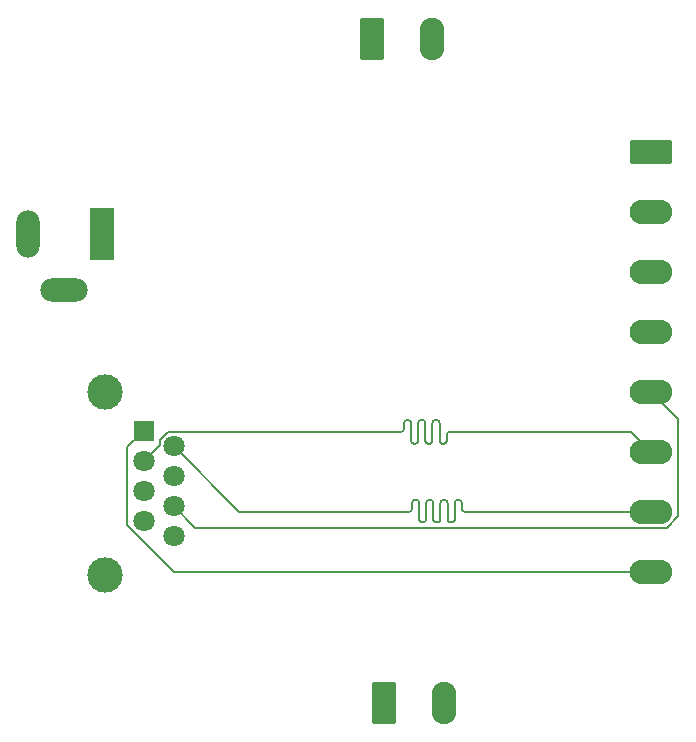
<source format=gbr>
%TF.GenerationSoftware,KiCad,Pcbnew,8.0.6*%
%TF.CreationDate,2025-02-19T13:51:36-05:00*%
%TF.ProjectId,HB-IC,48422d49-432e-46b6-9963-61645f706362,rev?*%
%TF.SameCoordinates,Original*%
%TF.FileFunction,Copper,L1,Top*%
%TF.FilePolarity,Positive*%
%FSLAX46Y46*%
G04 Gerber Fmt 4.6, Leading zero omitted, Abs format (unit mm)*
G04 Created by KiCad (PCBNEW 8.0.6) date 2025-02-19 13:51:36*
%MOMM*%
%LPD*%
G01*
G04 APERTURE LIST*
G04 Aperture macros list*
%AMRoundRect*
0 Rectangle with rounded corners*
0 $1 Rounding radius*
0 $2 $3 $4 $5 $6 $7 $8 $9 X,Y pos of 4 corners*
0 Add a 4 corners polygon primitive as box body*
4,1,4,$2,$3,$4,$5,$6,$7,$8,$9,$2,$3,0*
0 Add four circle primitives for the rounded corners*
1,1,$1+$1,$2,$3*
1,1,$1+$1,$4,$5*
1,1,$1+$1,$6,$7*
1,1,$1+$1,$8,$9*
0 Add four rect primitives between the rounded corners*
20,1,$1+$1,$2,$3,$4,$5,0*
20,1,$1+$1,$4,$5,$6,$7,0*
20,1,$1+$1,$6,$7,$8,$9,0*
20,1,$1+$1,$8,$9,$2,$3,0*%
G04 Aperture macros list end*
%TA.AperFunction,ComponentPad*%
%ADD10RoundRect,0.249999X-0.790001X-1.550001X0.790001X-1.550001X0.790001X1.550001X-0.790001X1.550001X0*%
%TD*%
%TA.AperFunction,ComponentPad*%
%ADD11O,2.080000X3.600000*%
%TD*%
%TA.AperFunction,ComponentPad*%
%ADD12RoundRect,0.249999X-1.550001X0.790001X-1.550001X-0.790001X1.550001X-0.790001X1.550001X0.790001X0*%
%TD*%
%TA.AperFunction,ComponentPad*%
%ADD13O,3.600000X2.080000*%
%TD*%
%TA.AperFunction,ComponentPad*%
%ADD14R,2.000000X4.500000*%
%TD*%
%TA.AperFunction,ComponentPad*%
%ADD15O,2.000000X4.000000*%
%TD*%
%TA.AperFunction,ComponentPad*%
%ADD16O,4.000000X2.000000*%
%TD*%
%TA.AperFunction,ComponentPad*%
%ADD17R,1.800000X1.800000*%
%TD*%
%TA.AperFunction,ComponentPad*%
%ADD18C,1.800000*%
%TD*%
%TA.AperFunction,ComponentPad*%
%ADD19C,3.000000*%
%TD*%
%TA.AperFunction,Conductor*%
%ADD20C,0.200000*%
%TD*%
G04 APERTURE END LIST*
D10*
%TO.P,J4,1,Pin_1*%
%TO.N,V-Bat*%
X94020000Y-54570000D03*
D11*
%TO.P,J4,2,Pin_2*%
%TO.N,GND*%
X99100000Y-54570000D03*
%TD*%
D12*
%TO.P,J5,1,Pin_1*%
%TO.N,GND*%
X117660000Y-64140000D03*
D13*
%TO.P,J5,2,Pin_2*%
%TO.N,V-Bat*%
X117660000Y-69220000D03*
%TO.P,J5,3,Pin_3*%
%TO.N,V+*%
X117660000Y-74300000D03*
%TO.P,J5,4,Pin_4*%
%TO.N,GND*%
X117660000Y-79380000D03*
%TO.P,J5,5,Pin_5*%
%TO.N,RX-*%
X117660000Y-84460000D03*
%TO.P,J5,6,Pin_6*%
%TO.N,RX+*%
X117660000Y-89540000D03*
%TO.P,J5,7,Pin_7*%
%TO.N,TX-*%
X117660000Y-94620000D03*
%TO.P,J5,8,Pin_8*%
%TO.N,TX+*%
X117660000Y-99700000D03*
%TD*%
D10*
%TO.P,J3,1,Pin_1*%
%TO.N,V+*%
X95050000Y-110820000D03*
D11*
%TO.P,J3,2,Pin_2*%
%TO.N,GND*%
X100130000Y-110820000D03*
%TD*%
D14*
%TO.P,J2,1*%
%TO.N,V-Bat*%
X71140000Y-71130000D03*
D15*
%TO.P,J2,2*%
%TO.N,GND*%
X64940000Y-71130000D03*
D16*
%TO.P,J2,3*%
%TO.N,unconnected-(J2-Pad3)*%
X67940000Y-75830000D03*
%TD*%
D17*
%TO.P,J1,1*%
%TO.N,TX+*%
X74715000Y-87795000D03*
D18*
%TO.P,J1,2*%
%TO.N,TX-*%
X77255000Y-89065000D03*
%TO.P,J1,3*%
%TO.N,RX+*%
X74715000Y-90335000D03*
%TO.P,J1,4*%
%TO.N,unconnected-(J1-Pad4)*%
X77255000Y-91605000D03*
%TO.P,J1,5*%
%TO.N,unconnected-(J1-Pad5)*%
X74715000Y-92875000D03*
%TO.P,J1,6*%
%TO.N,RX-*%
X77255000Y-94145000D03*
%TO.P,J1,7*%
%TO.N,unconnected-(J1-Pad7)*%
X74715000Y-95415000D03*
%TO.P,J1,8*%
%TO.N,unconnected-(J1-Pad8)*%
X77255000Y-96685000D03*
D19*
%TO.P,J1,SH*%
%TO.N,unconnected-(J1-PadSH)*%
X71415000Y-84495000D03*
X71415000Y-99985000D03*
%TD*%
D20*
%TO.N,TX-*%
X101386051Y-93620000D02*
G75*
G02*
X101626100Y-93860000I49J-240000D01*
G01*
X98626051Y-93860000D02*
G75*
G02*
X98866051Y-93620051I239949J0D01*
G01*
X101026051Y-93860000D02*
G75*
G02*
X101266051Y-93620051I239949J0D01*
G01*
X100426051Y-95280000D02*
G75*
G03*
X100666051Y-95519949I239949J0D01*
G01*
X98026051Y-95280000D02*
G75*
G03*
X98266051Y-95519949I239949J0D01*
G01*
X99826051Y-93860000D02*
G75*
G02*
X100066051Y-93620051I239949J0D01*
G01*
X98986051Y-93620000D02*
G75*
G02*
X99226100Y-93860000I49J-240000D01*
G01*
X99586051Y-95520000D02*
G75*
G03*
X99826100Y-95280000I49J240000D01*
G01*
X100786051Y-95520000D02*
G75*
G03*
X101026100Y-95280000I49J240000D01*
G01*
X100186051Y-93620000D02*
G75*
G02*
X100426100Y-93860000I49J-240000D01*
G01*
X101626051Y-94380000D02*
G75*
G03*
X101866051Y-94619949I239949J0D01*
G01*
X97786051Y-93620000D02*
G75*
G02*
X98026100Y-93860000I49J-240000D01*
G01*
X97426051Y-93860000D02*
G75*
G02*
X97666051Y-93620051I239949J0D01*
G01*
X99226051Y-95280000D02*
G75*
G03*
X99466051Y-95519949I239949J0D01*
G01*
X97186051Y-94620000D02*
G75*
G03*
X97426100Y-94380000I49J240000D01*
G01*
X98386051Y-95520000D02*
G75*
G03*
X98626100Y-95280000I49J240000D01*
G01*
X102583290Y-94620000D02*
X117660000Y-94620000D01*
X100666051Y-95520000D02*
X100786051Y-95520000D01*
X98266051Y-95520000D02*
X98386051Y-95520000D01*
X101026051Y-94620000D02*
X101026051Y-94380000D01*
X99226051Y-94620000D02*
X99226051Y-95280000D01*
X100426051Y-94620000D02*
X100426051Y-95280000D01*
X98626051Y-95280000D02*
X98626051Y-94620000D01*
X101866051Y-94620000D02*
X101986051Y-94620000D01*
X101026051Y-94380000D02*
X101026051Y-93860000D01*
X100066051Y-93620000D02*
X100186051Y-93620000D01*
X101626051Y-93860000D02*
X101626051Y-94380000D01*
X99466051Y-95520000D02*
X99586051Y-95520000D01*
X98626051Y-94620000D02*
X98626051Y-93860000D01*
X99226051Y-93860000D02*
X99226051Y-94620000D01*
X82810000Y-94620000D02*
X97186051Y-94620000D01*
X101026051Y-95280000D02*
X101026051Y-94620000D01*
X101266051Y-93620000D02*
X101386051Y-93620000D01*
X98026051Y-94380000D02*
X98026051Y-94620000D01*
X98026051Y-93860000D02*
X98026051Y-94380000D01*
X100426051Y-93860000D02*
X100426051Y-94620000D01*
X101986051Y-94620000D02*
X102583290Y-94620000D01*
X98026051Y-94620000D02*
X98026051Y-95280000D01*
X99826051Y-95280000D02*
X99826051Y-94620000D01*
X97666051Y-93620000D02*
X97786051Y-93620000D01*
X97426051Y-94380000D02*
X97426051Y-93860000D01*
X99826051Y-94620000D02*
X99826051Y-93860000D01*
X77255000Y-89065000D02*
X82810000Y-94620000D01*
X98866051Y-93620000D02*
X98986051Y-93620000D01*
%TO.N,RX+*%
X96511397Y-87860000D02*
G75*
G03*
X96751400Y-87620000I3J240000D01*
G01*
X99511397Y-86860000D02*
G75*
G02*
X99751400Y-87100000I3J-240000D01*
G01*
X100111397Y-88860000D02*
G75*
G03*
X100351400Y-88620000I3J240000D01*
G01*
X99751397Y-88620000D02*
G75*
G03*
X99991397Y-88860003I240003J0D01*
G01*
X100351397Y-88100000D02*
G75*
G02*
X100591397Y-87859997I240003J0D01*
G01*
X98311397Y-86860000D02*
G75*
G02*
X98551400Y-87100000I3J-240000D01*
G01*
X97351397Y-88620000D02*
G75*
G03*
X97591397Y-88860003I240003J0D01*
G01*
X96751397Y-87100000D02*
G75*
G02*
X96991397Y-86859997I240003J0D01*
G01*
X97111397Y-86860000D02*
G75*
G02*
X97351400Y-87100000I3J-240000D01*
G01*
X99151397Y-87100000D02*
G75*
G02*
X99391397Y-86859997I240003J0D01*
G01*
X98911397Y-88860000D02*
G75*
G03*
X99151400Y-88620000I3J240000D01*
G01*
X97951397Y-87100000D02*
G75*
G02*
X98191397Y-86859997I240003J0D01*
G01*
X98551397Y-88620000D02*
G75*
G03*
X98791397Y-88860003I240003J0D01*
G01*
X97711397Y-88860000D02*
G75*
G03*
X97951400Y-88620000I3J240000D01*
G01*
X97351397Y-87620000D02*
X97351397Y-87860000D01*
X115980000Y-87860000D02*
X117660000Y-89540000D01*
X99151397Y-87860000D02*
X99151397Y-87100000D01*
X76055000Y-88995000D02*
X76055000Y-88567943D01*
X97591397Y-88860000D02*
X97711397Y-88860000D01*
X100351397Y-88620000D02*
X100351397Y-88100000D01*
X100591397Y-87860000D02*
X100711397Y-87860000D01*
X98191397Y-86860000D02*
X98311397Y-86860000D01*
X97951397Y-88620000D02*
X97951397Y-87860000D01*
X99751397Y-87100000D02*
X99751397Y-87860000D01*
X74715000Y-90335000D02*
X76055000Y-88995000D01*
X76055000Y-88567943D02*
X76762943Y-87860000D01*
X97351397Y-87100000D02*
X97351397Y-87620000D01*
X97351397Y-87860000D02*
X97351397Y-88620000D01*
X98551397Y-87100000D02*
X98551397Y-87860000D01*
X99751397Y-87860000D02*
X99751397Y-88100000D01*
X99391397Y-86860000D02*
X99511397Y-86860000D01*
X101479309Y-87860000D02*
X115980000Y-87860000D01*
X98551397Y-87860000D02*
X98551397Y-88620000D01*
X99991397Y-88860000D02*
X100111397Y-88860000D01*
X96991397Y-86860000D02*
X97111397Y-86860000D01*
X76762943Y-87860000D02*
X96511397Y-87860000D01*
X98791397Y-88860000D02*
X98911397Y-88860000D01*
X96751397Y-87620000D02*
X96751397Y-87100000D01*
X97951397Y-87860000D02*
X97951397Y-87100000D01*
X99151397Y-88620000D02*
X99151397Y-87860000D01*
X100711397Y-87860000D02*
X101479309Y-87860000D01*
X99751397Y-88100000D02*
X99751397Y-88620000D01*
%TO.N,TX+*%
X73330000Y-89180000D02*
X73330000Y-95727057D01*
X73330000Y-95727057D02*
X77302943Y-99700000D01*
X74715000Y-87795000D02*
X73330000Y-89180000D01*
X77302943Y-99700000D02*
X117660000Y-99700000D01*
%TO.N,RX-*%
X77255000Y-94145000D02*
X79070000Y-95960000D01*
X119940000Y-94995046D02*
X119940000Y-86740000D01*
X79070000Y-95960000D02*
X118975046Y-95960000D01*
X118975046Y-95960000D02*
X119940000Y-94995046D01*
X119940000Y-86740000D02*
X117660000Y-84460000D01*
%TD*%
M02*

</source>
